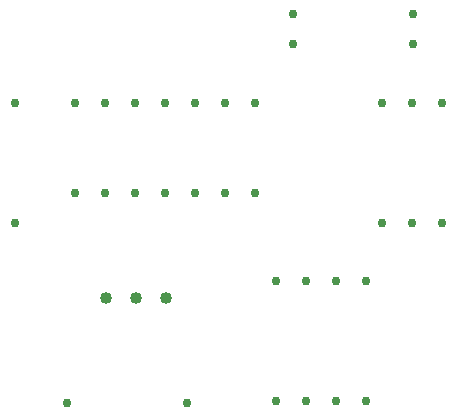
<source format=gbr>
G04 PROTEUS GERBER X2 FILE*
%TF.GenerationSoftware,Labcenter,Proteus,8.6-SP2-Build23525*%
%TF.CreationDate,2018-04-08T18:57:29+00:00*%
%TF.FileFunction,Plated,1,2,PTH*%
%TF.FilePolarity,Positive*%
%TF.Part,Single*%
%FSLAX45Y45*%
%MOMM*%
G01*
%TA.AperFunction,ComponentDrill*%
%ADD22C,0.762000*%
%TA.AperFunction,ComponentDrill*%
%ADD23C,1.016000*%
%TD.AperFunction*%
D22*
X-8763000Y+635000D03*
X-8509000Y+635000D03*
X-8255000Y+635000D03*
X-8001000Y+635000D03*
X-7747000Y+635000D03*
X-7493000Y+635000D03*
X-7239000Y+635000D03*
X-7239000Y+1397000D03*
X-7493000Y+1397000D03*
X-7747000Y+1397000D03*
X-8001000Y+1397000D03*
X-8255000Y+1397000D03*
X-8509000Y+1397000D03*
X-8763000Y+1397000D03*
X-7064000Y-103000D03*
X-7064000Y-1119000D03*
X-6810000Y-103000D03*
X-6810000Y-1119000D03*
X-6556000Y-103000D03*
X-6556000Y-1119000D03*
X-6302000Y-1119000D03*
X-6302000Y-103000D03*
X-6159000Y+381000D03*
X-6159000Y+1397000D03*
X-5905000Y+381000D03*
X-5905000Y+1397000D03*
X-5651000Y+1397000D03*
X-5651000Y+381000D03*
X-9267000Y+381000D03*
X-9267000Y+1397000D03*
X-5901000Y+1901000D03*
X-6917000Y+1901000D03*
X-5901000Y+2155000D03*
X-6917000Y+2155000D03*
D23*
X-7996000Y-250000D03*
X-8250000Y-250000D03*
X-8504000Y-250000D03*
D22*
X-8826000Y-1135000D03*
X-7810000Y-1135000D03*
M02*

</source>
